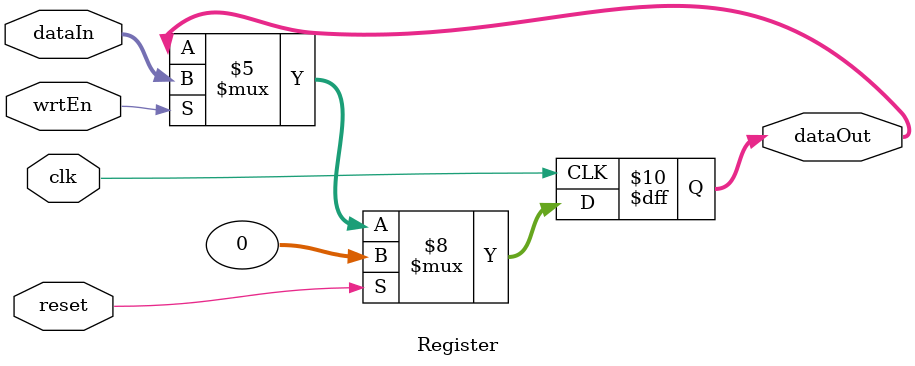
<source format=v>
module Register(clk, reset, wrtEn, dataIn, dataOut);
	parameter BIT_WIDTH = 32;
	parameter RESET_VALUE = 0;
	
	input clk, reset, wrtEn;
	input[BIT_WIDTH - 1: 0] dataIn;
	output[BIT_WIDTH - 1: 0] dataOut;
	reg[BIT_WIDTH - 1: 0] dataOut;
	
	initial begin
		dataOut = RESET_VALUE;
	end

	always @(posedge clk) begin
		if (reset == 1'b1)
			dataOut <= RESET_VALUE;
		else if (wrtEn == 1'b1)
			dataOut <= dataIn;
	end
endmodule
</source>
